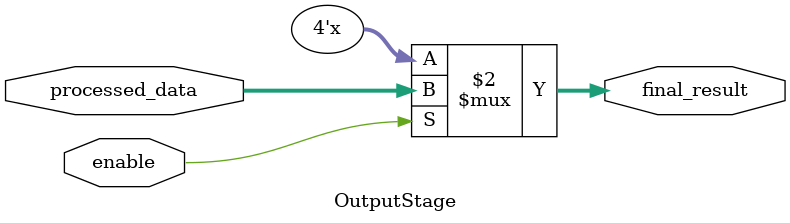
<source format=sv>
module EnabledNOT #(
    parameter DATA_WIDTH = 4
)(
    input logic enable,
    input logic [DATA_WIDTH-1:0] src,
    output logic [DATA_WIDTH-1:0] result
);
    // 内部连线
    logic [DATA_WIDTH-1:0] inverted_data;
    
    // 实例化数据处理单元
    DataProcessor #(
        .WIDTH(DATA_WIDTH)
    ) data_proc (
        .data_in(src),
        .data_out(inverted_data)
    );
    
    // 实例化输出控制单元
    OutputStage #(
        .WIDTH(DATA_WIDTH)
    ) out_stage (
        .enable(enable),
        .processed_data(inverted_data),
        .final_result(result)
    );
endmodule

// 数据处理单元 - 负责数据变换操作
module DataProcessor #(
    parameter WIDTH = 4
)(
    input logic [WIDTH-1:0] data_in,
    output logic [WIDTH-1:0] data_out
);
    // 优化反转逻辑，减少传播延迟
    always_comb begin
        data_out = ~data_in;
    end
endmodule

// 输出控制单元 - 负责基于控制信号管理输出
module OutputStage #(
    parameter WIDTH = 4
)(
    input logic enable,
    input logic [WIDTH-1:0] processed_data,
    output logic [WIDTH-1:0] final_result
);
    // 使用寄存器实现稳定的输出控制，优化时序
    always_comb begin
        final_result = enable ? processed_data : {WIDTH{1'bz}};
    end
endmodule
</source>
